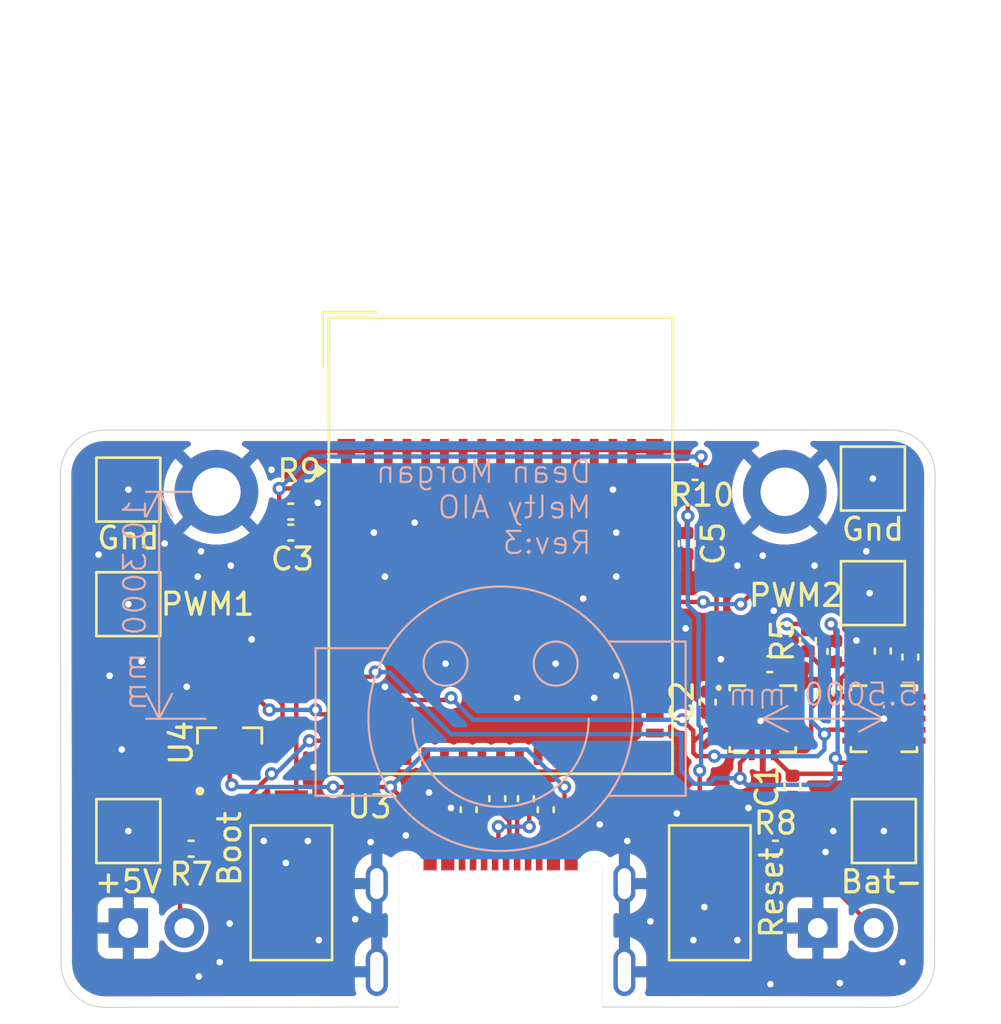
<source format=kicad_pcb>
(kicad_pcb (version 20241229) (generator "pcbnew") (generator_version "9.0")
  (layers (0 "F.Cu" signal) (2 "B.Cu" signal) (13 "F.Paste" user) (15 "B.Paste" user) (5 "F.SilkS" user "F.Silkscreen") (7 "B.SilkS" user "B.Silkscreen") (1 "F.Mask" user) (3 "B.Mask" user) (25 "Edge.Cuts" user))
  (net 0 "")
  (net 1 "+3V3")
  (net 2 "GND")
  (net 3 "+5V")
  (net 5 "Net-(J1-CC1)")
  (net 6 "Net-(J1-CC2)")
  (net 8 "USB_N")
  (net 9 "USB_P")
  (net 10 "SCL")
  (net 11 "USB1_P")
  (net 12 "SDA")
  (net 13 "USB1_N")
  (net 44 "Net-(D1-A)")
  (net 45 "Net-(D2-A)")
  (net 46 "Header")
  (net 47 "Net-(U3-IO0)")
  (net 48 "Net-(U3-EN)")
  (net 49 "Power")
  (net 50 "PWM1")
  (net 51 "PWM2")
  (footprint "TestPoint:TestPoint_Pad_2.5x2.5mm" (layer "F.Cu") (at 170.65 108.05)
    (property "Reference" "H3" (hide yes))
    (property "Value" "Bat-")
  )
  (footprint "TestPoint:TestPoint_Pad_2.5x2.5mm" (layer "F.Cu") (at 136.35 97.75)
    (property "Reference" "H1" (hide yes))
    (property "Value" "PWM1")
  )
  (footprint "TestPoint:TestPoint_Pad_2.5x2.5mm" (layer "F.Cu") (at 170.15 92.05)
    (property "Reference" "H3" (hide yes))
    (property "Value" "Gnd")
  )
  (footprint "Button_Switch_SMD:SW_SPST_CK_RS282G05A3" (layer "F.Cu") (at 143.75 110.85 90)
    (property "Reference" "SW1" (hide yes))
    (property "Value" "Boot")
  )
  (footprint "TestPoint:TestPoint_Pad_2.5x2.5mm" (layer "F.Cu") (at 136.35 108.05)
    (property "Reference" "H4" (hide yes))
    (property "Value" "+5V")
  )
  (footprint "USB4500-03-0-A_REVA1:QFN300X300X100-16N" (layer "F.Cu") (at 165.15 102.95)
    (property "Reference" "U1" (hide yes))
    (property "Value" "~")
  )
  (footprint "Capacitor_SMD:C_0402_1005Metric" (layer "F.Cu") (at 167.2 99.4 90)
    (property "Reference" "R5")
    (property "Value" "10k")
  )
  (footprint "Capacitor_SMD:C_0402_1005Metric" (layer "F.Cu") (at 154.4 106.58 -90)
    (property "Reference" "R2" (hide yes))
    (property "Value" "27.4")
  )
  (footprint "MountingHole:MountingHole_2.2mm_M2_DIN965_Pad_TopBottom" (layer "F.Cu") (at 166.15 92.65)
    (property "Reference" "REF**" (hide yes))
    (property "Value" "MountingHole_2.2mm_M2_DIN965_Pad_TopBottom" (hide yes))
  )
  (footprint "Capacitor_SMD:C_0402_1005Metric" (layer "F.Cu") (at 151.8 107.08 90)
    (property "Reference" "R4" (hide yes))
    (property "Value" "5.1k")
  )
  (footprint "Capacitor_SMD:C_0402_1005Metric" (layer "F.Cu") (at 155.3 107.08 90)
    (property "Reference" "R3" (hide yes))
    (property "Value" "5.1k")
  )
  (footprint "Capacitor_SMD:C_0402_1005Metric" (layer "F.Cu") (at 143.725 93.55 180)
    (property "Reference" "C3")
    (property "Value" "100nf" (hide yes))
  )
  (footprint "TestPoint:TestPoint_Pad_2.5x2.5mm" (layer "F.Cu") (at 170.15 97.25)
    (property "Reference" "H2" (hide yes))
    (property "Value" "PWM2")
  )
  (footprint "Capacitor_SMD:C_0402_1005Metric" (layer "F.Cu") (at 162.65 102.2 90)
    (property "Reference" "C2")
    (property "Value" "100nf")
  )
  (footprint "Capacitor_SMD:C_0402_1005Metric" (layer "F.Cu") (at 165.725 108.85)
    (property "Reference" "R8")
    (property "Value" "R")
  )
  (footprint "Capacitor_SMD:C_0402_1005Metric" (layer "F.Cu") (at 161.7 95 90)
    (property "Reference" "C5")
    (property "Value" "100nf")
  )
  (footprint "Capacitor_SMD:C_0402_1005Metric" (layer "F.Cu") (at 168.45 99.9 90)
    (property "Reference" "R6" (hide yes))
    (property "Value" "10k")
  )
  (footprint "Capacitor_SMD:C_0402_1005Metric" (layer "F.Cu") (at 168 101.78 90)
    (property "Reference" "C12" (hide yes))
    (property "Value" "100nf")
  )
  (footprint "Capacitor_SMD:C_0402_1005Metric" (layer "F.Cu") (at 162.075 91.75 180)
    (property "Reference" "R10")
    (property "Value" "10k")
  )
  (footprint "" (layer "F.Cu") (at 170.65 108.05)
    (property "Reference" "")
    (property "Value" "")
  )
  (footprint "USB4500-03-0-A_REVA1:5-3.3V LDO" (layer "F.Cu") (at 140.95 104.0125 90)
    (property "Reference" "U4")
    (property "Value" "RT9161A-33GV" (hide yes))
  )
  (footprint "LED_THT:LED_D5.0mm_IRGrey" (layer "F.Cu") (at 167.65 112.45)
    (property "Reference" "D2" (hide yes))
    (property "Value" "CQY99" (hide yes))
  )
  (footprint "LED_THT:LED_D5.0mm_IRGrey" (layer "F.Cu") (at 136.35 112.45)
    (property "Reference" "D1" (hide yes))
    (property "Value" "CQY99" (hide yes))
  )
  (footprint "Button_Switch_SMD:SW_SPST_CK_RS282G05A3" (layer "F.Cu") (at 162.75 110.85 90)
    (property "Reference" "SW2" (hide yes))
    (property "Value" "Reset")
  )
  (footprint "Capacitor_SMD:C_0402_1005Metric" (layer "F.Cu") (at 139.2 108.85 180)
    (property "Reference" "R7")
    (property "Value" "R")
  )
  (footprint "Capacitor_SMD:C_0402_1005Metric" (layer "F.Cu") (at 171.85 100.15 90)
    (property "Reference" "C4" (hide yes))
    (property "Value" "100nf")
  )
  (footprint "MountingHole:MountingHole_2.2mm_M2_DIN965_Pad_TopBottom" (layer "F.Cu") (at 140.35 92.65)
    (property "Reference" "REF**" (hide yes))
    (property "Value" "MountingHole_2.2mm_M2_DIN965_Pad_TopBottom" (hide yes))
  )
  (footprint "RF_Module:ESP32-S2-MINI-1" (layer "F.Cu") (at 153.25 95.1)
    (property "Reference" "U3")
    (property "Value" "ESP32-S3-MINI-1" (hide yes))
  )
  (footprint "USB4500-03-0-A_REVA1:QFN300X300X100-16N" (layer "F.Cu") (at 170.65 102.95)
    (property "Reference" "U2" (hide yes))
    (property "Value" "~")
  )
  (footprint "Capacitor_SMD:C_0402_1005Metric" (layer "F.Cu") (at 165.47 100.4725 180)
    (property "Reference" "C1" (hide yes))
    (property "Value" "100nf")
  )
  (footprint "TestPoint:TestPoint_Pad_2.5x2.5mm" (layer "F.Cu") (at 136.35 92.55)
    (property "Reference" "H3" (hide yes))
    (property "Value" "Gnd")
  )
  (footprint "Capacitor_SMD:C_0402_1005Metric" (layer "F.Cu") (at 143.725 94.5)
    (property "Reference" "R9")
    (property "Value" "10k" (hide yes))
  )
  (footprint "Capacitor_SMD:C_0402_1005Metric" (layer "F.Cu") (at 153.1 106.58 90)
    (property "Reference" "R1" (hide yes))
    (property "Value" "27.4")
  )
  (footprint "USB4500-03-0-A_REVA1:GCT_USB4500-03-0-A_REVA1" (layer "F.Cu") (at 153.25 114.4375)
    (property "Reference" "J1" (hide yes))
    (property "Value" "USB4500-03-0-A_REVA1" (hide yes))
    (fp_line (start -4.62 -4.65) (end -4.62 1.6) (stroke (width 0.01)) (layer "Edge.Cuts"))
    (fp_line (start 3.82 -4.6) (end -3.82 -4.6) (stroke (width 0.01)) (layer "Edge.Cuts"))
    (fp_line (start 4.62 1.6) (end 4.62 -4.65) (stroke (width 0.01)) (layer "Edge.Cuts"))
    (fp_arc (start -4.62 -4.65) (mid -4.517487 -4.897487) (end -4.27 -5) (stroke (width 0.01)) (layer "Edge.Cuts"))
    (fp_arc (start -4.27 -5) (mid -4.06201 -4.922132) (end -3.97 -4.72) (stroke (width 0.01)) (layer "Edge.Cuts"))
    (fp_arc (start -3.82 -4.6) (mid -3.919853 -4.628934) (end -3.97 -4.72) (stroke (width 0.01)) (layer "Edge.Cuts"))
    (fp_arc (start 3.97 -4.72) (mid 3.919853 -4.628934) (end 3.82 -4.6) (stroke (width 0.01)) (layer "Edge.Cuts"))
    (fp_arc (start 3.97 -4.72) (mid 4.06201 -4.922132) (end 4.27 -5) (stroke (width 0.01)) (layer "Edge.Cuts"))
    (fp_arc (start 4.27 -5) (mid 4.517487 -4.897487) (end 4.62 -4.65) (stroke (width 0.01)) (layer "Edge.Cuts"))
  )
  (footprint "Capacitor_SMD:C_0402_1005Metric" (layer "F.Cu") (at 166.5 106.02 90)
    (property "Reference" "C1")
    (property "Value" "100nf")
  )
  (footprint "Capacitor_SMD:C_0402_1005Metric" (layer "F.Cu") (at 170.6 99.88 90)
    (property "Reference" "C13" (hide yes))
    (property "Value" "100nf")
  )
  (gr_arc (start 157.25 102.95) (mid 153.25 106.95) (end 149.25 102.95) (stroke (width 0.1)) (layer "B.SilkS"))
  (gr_line (start 161.65 99.45) (end 161.65 106.45) (stroke (width 0.1)) (layer "B.SilkS"))
  (gr_line (start 144.85 106.45) (end 144.85 99.75) (stroke (width 0.1)) (layer "B.SilkS"))
  (gr_circle (center 155.75 100.45) (end 155.75 101.45) (stroke (width 0.1)) (fill no) (layer "B.SilkS"))
  (gr_line (start 148.35 106.45) (end 144.85 106.45) (stroke (width 0.1)) (layer "B.SilkS"))
  (gr_circle (center 153.25 102.95) (end 153.35 96.95) (stroke (width 0.1)) (fill no) (layer "B.SilkS"))
  (gr_line (start 161.65 106.45) (end 158.15 106.45) (stroke (width 0.1)) (layer "B.SilkS"))
  (gr_circle (center 150.75 100.45) (end 150.75 101.45) (stroke (width 0.1)) (fill no) (layer "B.SilkS"))
  (gr_line (start 144.85 99.75) (end 148.15 99.75) (stroke (width 0.1)) (layer "B.SilkS"))
  (gr_line (start 158.15 99.45) (end 161.65 99.45) (stroke (width 0.1)) (layer "B.SilkS"))
  (gr_arc (start 133.264214 91.85) (mid 133.850001 90.435791) (end 135.264214 89.85) (stroke (width 0.05)) (layer "Edge.Cuts"))
  (gr_line (start 157.87 116.0375) (end 170.95 116.05) (stroke (width 0.05)) (layer "Edge.Cuts"))
  (gr_arc (start 170.969828 89.847502) (mid 172.349982 90.399106) (end 172.969828 91.75) (stroke (width 0.05)) (layer "Edge.Cuts"))
  (gr_line (start 133.298407 114.05) (end 133.264214 91.85) (stroke (width 0.05)) (layer "Edge.Cuts"))
  (gr_line (start 170.969828 89.847502) (end 135.264214 89.85) (stroke (width 0.05)) (layer "Edge.Cuts"))
  (gr_arc (start 172.95 114.05) (mid 172.364214 115.464214) (end 170.95 116.05) (stroke (width 0.05)) (layer "Edge.Cuts"))
  (gr_arc (start 135.200905 116.05) (mid 133.849997 115.430174) (end 133.298407 114.05) (stroke (width 0.05)) (layer "Edge.Cuts"))
  (gr_line (start 172.969828 91.75) (end 172.95 114.05) (stroke (width 0.05)) (layer "Edge.Cuts"))
  (gr_line (start 148.63 116.0375) (end 135.200905 116.05) (stroke (width 0.05)) (layer "Edge.Cuts"))
  (gr_text "Dean Morgan\nMelty AIO\nRev:3" (at 157.45 95.55 0) (layer "B.SilkS") (effects (font (size 1 1) (thickness 0.1)) (justify left bottom mirror)))
  (dimension (type aligned) (layer "B.SilkS") (pts (xy 140.35 92.65) (xy 140.35 102.95)) (height 2.599999) (format (prefix "") (suffix "") (units 3) (units_format 1) (precision 4)) (style (thickness 0.1) (arrow_length 1.27) (text_position_mode 0) (arrow_direction outward) (extension_height 0.58642) (extension_offset 0.5) (keep_text_aligned yes)) (gr_text "10.3000 mm" (at 136.650001 97.8 90) (layer "B.SilkS") (effects (font (size 1 1) (thickness 0.1)) (justify mirror))))
  (dimension (type aligned) (layer "B.SilkS") (pts (xy 165.15 102.95) (xy 170.65 102.95)) (height 0) (format (prefix "") (suffix "") (units 3) (units_format 1) (precision 4)) (style (thickness 0.1) (arrow_length 1.27) (text_position_mode 0) (arrow_direction outward) (extension_height 0.58642) (extension_offset 0.5) (keep_text_aligned yes)) (gr_text "5.5000 mm" (at 167.9 101.85 0) (layer "B.SilkS") (effects (font (size 1 1) (thickness 0.1)) (justify mirror))))
  (via (at 170.15 92.05) (size 0.6) (drill 0.3) (layers "F.Cu" "B.Cu") (net 0))
  (segment (start 168.275 102.125) (end 168.7 101.7) (width 0.2) (layer "F.Cu") (net 1))
  (segment (start 164.076029 100.4725) (end 165.22 100.4725) (width 0.2) (layer "F.Cu") (net 1))
  (segment (start 162.35 91.545) (end 162.35 91.05) (width 0.2) (layer "F.Cu") (net 1))
  (segment (start 143.2 102.151471) (end 143.35 102.301471) (width 0.2) (layer "F.Cu") (net 1))
  (segment (start 143.35 103.5875) (end 141.9 105.0375) (width 0.2) (layer "F.Cu") (net 1))
  (segment (start 168.7 101.1225) (end 169.35 100.4725) (width 0.2) (layer "F.Cu") (net 1))
  (segment (start 145.15 92.5) (end 146.05 93.4) (width 0.2) (layer "F.Cu") (net 1))
  (segment (start 146.05 93.4) (end 146.25 93.4) (width 0.2) (layer "F.Cu") (net 1))
  (segment (start 166.4 105.45) (end 170.15 105.45) (width 0.2) (layer "F.Cu") (net 1))
  (segment (start 165.65 101.48) (end 165.15 101.48) (width 0.2) (layer "F.Cu") (net 1))
  (segment (start 170.65 104.42) (end 171.15 104.42) (width 0.2) (layer "F.Cu") (net 1))
  (segment (start 167.35 104.2) (end 167.35 102.45) (width 0.2) (layer "F.Cu") (net 1))
  (segment (start 168.45 100.15) (end 168.45 100.4725) (width 0.2) (layer "F.Cu") (net 1))
  (segment (start 143.35 102.301471) (end 143.35 103.5875) (width 0.2) (layer "F.Cu") (net 1))
  (segment (start 165.65 104.7) (end 166.4 105.45) (width 0.2) (layer "F.Cu") (net 1))
  (segment (start 168.12 102.125) (end 168.275 102.125) (width 0.2) (layer "F.Cu") (net 1))
  (segment (start 163.05 98.3025) (end 165.22 100.4725) (width 0.2) (layer "F.Cu") (net 1))
  (segment (start 164.99 100.4725) (end 165.15 100.6325) (width 0.2) (layer "F.Cu") (net 1))
  (segment (start 143.2 92.5) (end 143.2 102.151471) (width 0.2) (layer "F.Cu") (net 1))
  (segment (start 168.7 101.7) (end 168.7 101.1225) (width 0.2) (layer "F.Cu") (net 1))
  (segment (start 170.65 104.95) (end 170.65 104.42) (width 0.2) (layer "F.Cu") (net 1))
  (segment (start 163.0975 98.35) (end 163.05 98.3025) (width 0.2) (layer "F.Cu") (net 1))
  (segment (start 166.55 100.0225) (end 167.2525 100.0225) (width 0.2) (layer "F.Cu") (net 1))
  (segment (start 171.15 101.48) (end 171.85 100.78) (width 0.2) (layer "F.Cu") (net 1))
  (segment (start 168.12 102.125) (end 168.295 101.95) (width 0.2) (layer "F.Cu") (net 1))
  (segment (start 170.15 105.45) (end 170.65 104.95) (width 0.2) (layer "F.Cu") (net 1))
  (segment (start 163.05 98.3025) (end 163.05 92.245) (width 0.2) (layer "F.Cu") (net 1))
  (segment (start 165.65 104.42) (end 165.65 104.7) (width 0.2) (layer "F.Cu") (net 1))
  (segment (start 165.22 100.4725) (end 164.99 100.4725) (width 0.2) (layer "F.Cu") (net 1))
  (segment (start 163.05 92.245) (end 162.35 91.545) (width 0.2) (layer "F.Cu") (net 1))
  (segment (start 171.85 100.78) (end 171.85 100.4) (width 0.2) (layer "F.Cu") (net 1))
  (segment (start 165.43759 100.0225) (end 166.55 100.0225) (width 0.2) (layer "F.Cu") (net 1))
  (segment (start 170.645 100.4725) (end 170.645 101.475) (width 0.2) (layer "F.Cu") (net 1))
  (segment (start 162.65 101.95) (end 162.65 101.898529) (width 0.2) (layer "F.Cu") (net 1))
  (segment (start 170.645 101.475) (end 170.65 101.48) (width 0.2) (layer "F.Cu") (net 1))
  (segment (start 167.675 102.125) (end 168.12 102.125) (width 0.2) (layer "F.Cu") (net 1))
  (segment (start 165.65 104.42) (end 167.13 104.42) (width 0.2) (layer "F.Cu") (net 1))
  (segment (start 168.45 100.4725) (end 169.35 100.4725) (width 0.2) (layer "F.Cu") (net 1))
  (segment (start 162.65 101.95) (end 163.68 101.95) (width 0.2) (layer "F.Cu") (net 1))
  (segment (start 171.15 101.48) (end 170.65 101.48) (width 0.2) (layer "F.Cu") (net 1))
  (segment (start 167.7025 100.4725) (end 168.45 100.4725) (width 0.2) (layer "F.Cu") (net 1))
  (segment (start 165.22 100.4725) (end 165.22 100.24009) (width 0.2) (layer "F.Cu") (net 1))
  (segment (start 167.35 102.45) (end 167.675 102.125) (width 0.2) (layer "F.Cu") (net 1))
  (segment (start 162.65 101.898529) (end 164.076029 100.4725) (width 0.2) (layer "F.Cu") (net 1))
  (segment (start 169.35 100.4725) (end 170.645 100.4725) (width 0.2) (layer "F.Cu") (net 1))
  (segment (start 165.15 100.6325) (end 165.15 101.48) (width 0.2) (layer "F.Cu") (net 1))
  (segment (start 167.75 100.425) (end 167.7025 100.4725) (width 0.2) (layer "F.Cu") (net 1))
  (segment (start 167.2525 100.0225) (end 167.7025 100.4725) (width 0.2) (layer "F.Cu") (net 1))
  (segment (start 168.295 101.95) (end 169.18 101.95) (width 0.2) (layer "F.Cu") (net 1))
  (segment (start 143.2 92.5) (end 145.15 92.5) (width 0.2) (layer "F.Cu") (net 1))
  (segment (start 167.13 104.42) (end 167.35 104.2) (width 0.2) (layer "F.Cu") (net 1))
  (segment (start 165.22 100.24009) (end 165.43759 100.0225) (width 0.2) (layer "F.Cu") (net 1))
  (via (at 143.2 92.5) (size 0.6) (drill 0.3) (layers "F.Cu" "B.Cu") (net 1))
  (via (at 162.35 91.05) (size 0.6) (drill 0.3) (layers "F.Cu" "B.Cu") (net 1))
  (segment (start 144.65 91.05) (end 162.35 91.05) (width 0.2) (layer "B.Cu") (net 1))
  (segment (start 143.2 92.5) (end 144.65 91.05) (width 0.2) (layer "B.Cu") (net 1))
  (segment (start 164.095 103.95) (end 163.68 103.95) (width 0.1) (layer "F.Cu") (net 2))
  (segment (start 160.47 94.25) (end 160.25 94.25) (width 0.2) (layer "F.Cu") (net 2))
  (segment (start 162.09 102.025424) (end 162.09 101.41) (width 0.2) (layer "F.Cu") (net 2))
  (segment (start 165.05 103.05) (end 165.05 103.15) (width 0.2) (layer "F.Cu") (net 2))
  (segment (start 162.65 102.68) (end 162.65 102.585424) (width 0.2) (layer "F.Cu") (net 2))
  (segment (start 162.09 101.41) (end 163.25 100.25) (width 0.2) (layer "F.Cu") (net 2))
  (segment (start 149.9375 109.2375) (end 150.05 109.2375) (width 0.2) (layer "F.Cu") (net 2))
  (segment (start 165.05 103.15) (end 164.5 103.7) (width 0.1) (layer "F.Cu") (net 2))
  (segment (start 164.345 103.7) (end 164.095 103.95) (width 0.1) (layer "F.Cu") (net 2))
  (segment (start 164.5 103.7) (end 164.345 103.7) (width 0.1) (layer "F.Cu") (net 2))
  (segment (start 161.7 95.48) (end 160.47 94.25) (width 0.2) (layer "F.Cu") (net 2))
  (segment (start 148.95 108.25) (end 149.9375 109.2375) (width 0.2) (layer "F.Cu") (net 2))
  (segment (start 167.27 101.3) (end 168 101.3) (width 0.2) (layer "F.Cu") (net 2))
  (segment (start 166.62 101.95) (end 167.27 101.3) (width 0.2) (layer "F.Cu") (net 2))
  (segment (start 169.18 103.95) (end 169.65 103.95) (width 0.1) (layer "F.Cu") (net 2))
  (segment (start 170.25 103.35) (end 170.65 102.95) (width 0.2) (layer "F.Cu") (net 2))
  (segment (start 169.65 103.95) (end 170.25 103.35) (width 0.1) (layer "F.Cu") (net 2))
  (segment (start 162.65 102.585424) (end 162.09 102.025424) (width 0.2) (layer "F.Cu") (net 2))
  (via (at 157 97.5) (size 0.6) (drill 0.3) (layers "F.Cu" "B.Cu") (net 2))
  (via (at 159 108.5) (size 0.6) (drill 0.3) (layers "F.Cu" "B.Cu") (net 2))
  (via (at 164.5 107) (size 0.6) (drill 0.3) (layers "F.Cu" "B.Cu") (net 2))
  (via (at 149.35 94.05) (size 0.6) (drill 0.3) (layers "F.Cu" "B.Cu") (net 2))
  (via (at 136.05 104.35) (size 0.6) (drill 0.3) (layers "F.Cu" "B.Cu") (net 2))
  (via (at 165.65 98.05) (size 0.6) (drill 0.3) (layers "F.Cu" "B.Cu") (net 2))
  (via (at 144.5 108.5) (size 0.6) (drill 0.3) (layers "F.Cu" "B.Cu") (net 2))
  (via (at 169.85 95.35) (size 0.6) (drill 0.3) (layers "F.Cu" "B.Cu") (net 2))
  (via (at 141 96) (size 0.6) (drill 0.3) (layers "F.Cu" "B.Cu") (net 2))
  (via (at 165.15 95.55) (size 0.6) (drill 0.3) (layers "F.Cu" "B.Cu") (net 2))
  (via (at 144.950735 93.149265) (size 0.6) (drill 0.3) (layers "F.Cu" "B.Cu") (net 2))
  (via (at 154 102) (size 0.6) (drill 0.3) (layers "F.Cu" "B.Cu") (net 2))
  (via (at 165.05 103.05) (size 0.6) (drill 0.3) (layers "F.Cu" "B.Cu") (net 2))
  (via (at 157.75 107.75) (size 0.6) (drill 0.3) (layers "F.Cu" "B.Cu") (net 2))
  (via (at 162.5 111.5) (size 0.6) (drill 0.3) (layers "F.Cu" "B.Cu") (net 2))
  (via (at 138 95) (size 0.6) (drill 0.3) (layers "F.Cu" "B.Cu") (net 2))
  (via (at 136.95 100.35) (size 0.6) (drill 0.3) (layers "F.Cu" "B.Cu") (net 2))
  (via (at 147.35 108.55) (size 0.6) (drill 0.3) (layers "F.Cu" "B.Cu") (net 2))
  (via (at 139 101.5) (size 0.6) (drill 0.3) (layers "F.Cu" "B.Cu") (net 2))
  (via (at 148.95 108.25) (size 0.6) (drill 0.3) (layers "F.Cu" "B.Cu") (net 2))
  (via (at 164 96) (size 0.6) (drill 0.3) (layers "F.Cu" "B.Cu") (net 2))
  (via (at 139.65 95.35) (size 0.6) (drill 0.3) (layers "F.Cu" "B.Cu") (net 2))
  (via (at 148 96.5) (size 0.6) (drill 0.3) (layers "F.Cu" "B.Cu") (net 2))
  (via (at 158.5 94.5) (size 0.6) (drill 0.3) (layers "F.Cu" "B.Cu") (net 2))
  (via (at 141.95 99.35) (size 0.6) (drill 0.3) (layers "F.Cu" "B.Cu") (net 2))
  (via (at 158.5 101) (size 0.6) (drill 0.3) (layers "F.Cu" "B.Cu") (net 2))
  (via (at 170.65 108.05) (size 0.6) (drill 0.3) (layers "F.Cu" "B.Cu") (net 2))
  (via (at 140.95 112.25) (size 0.6) (drill 0.3) (layers "F.Cu" "B.Cu") (net 2))
  (via (at 161.65 98.85) (size 0.6) (drill 0.3) (layers "F.Cu" "B.Cu") (net 2))
  (via (at 165.5 115) (size 0.6) (drill 0.3) (layers "F.Cu" "B.Cu") (net 2))
  (via (at 145 113) (size 0.6) (drill 0.3) (layers "F.Cu" "B.Cu") (net 2))
  (via (at 162 113) (size 0.6) (drill 0.3) (layers "F.Cu" "B.Cu") (net 2))
  (via (at 147.5 94.5) (size 0.6) (drill 0.3) (layers "F.Cu" "B.Cu") (net 2))
  (via (at 157.5 102) (size 0.6) (drill 0.3) (layers "F.Cu" "B.Cu") (net 2))
  (via (at 150.75 100.45) (size 0.6) (drill 0.3) (layers "F.Cu" "B.Cu") (net 2))
  (via (at 160.05 112.15) (size 0.6) (drill 0.3) (layers "F.Cu" "B.Cu") (net 2))
  (via (at 136.35 92.55) (size 0.6) (drill 0.3) (layers "F.Cu" "B.Cu") (net 2))
  (via (at 142.85 91.65) (size 0.6) (drill 0.3) (layers "F.Cu" "B.Cu") (net 2))
  (via (at 146.65 112.05) (size 0.6) (drill 0.3) (layers "F.Cu" "B.Cu") (net 2))
  (via (at 168.35 108.05) (size 0.6) (drill 0.3) (layers "F.Cu" "B.Cu") (net 2))
  (via (at 164 113) (size 0.6) (drill 0.3) (layers "F.Cu" "B.Cu") (net 2))
  (via (at 151 107) (size 0.6) (drill 0.3) (layers "F.Cu" "B.Cu") (net 2))
  (via (at 158.35 92.55) (size 0.6) (drill 0.3) (layers "F.Cu" "B.Cu") (net 2))
  (via (at 161.25 107.25) (size 0.6) (drill 0.3) (layers "F.Cu" "B.Cu") (net 2))
  (via (at 135.5 101) (size 0.6) (drill 0.3) (layers "F.Cu" "B.Cu") (net 2))
  (via (at 168 109) (size 0.6) (drill 0.3) (layers "F.Cu" "B.Cu") (net 2))
  (via (at 135 95.5) (size 0.6) (drill 0.3) (layers "F.Cu" "B.Cu") (net 2))
  (via (at 171.5 114) (size 0.6) (drill 0.3) (layers "F.Cu" "B.Cu") (net 2))
  (via (at 168.65 114.95) (size 0.6) (drill 0.3) (layers "F.Cu" "B.Cu") (net 2))
  (via (at 155.75 100.45) (size 0.6) (drill 0.3) (layers "F.Cu" "B.Cu") (net 2))
  (via (at 139.5 96.5) (size 0.6) (drill 0.3) (layers "F.Cu" "B.Cu") (net 2))
  (via (at 143.5 109.5) (size 0.6) (drill 0.3) (layers "F.Cu" "B.Cu") (net 2))
  (via (at 144.75 105.15) (size 0.6) (drill 0.3) (layers "F.Cu" "B.Cu") (net 2))
  (via (at 169.4 99.4) (size 0.6) (drill 0.3) (layers "F.Cu" "B.Cu") (net 2))
  (via (at 163.25 100.25) (size 0.6) (drill 0.3) (layers "F.Cu" "B.Cu") (net 2))
  (via (at 167.5 96) (size 0.6) (drill 0.3) (layers "F.Cu" "B.Cu") (net 2))
  (via (at 148 101.5) (size 0.6) (drill 0.3) (layers "F.Cu" "B.Cu") (net 2))
  (via (at 142.5 108.5) (size 0.6) (drill 0.3) (layers "F.Cu" "B.Cu") (net 2))
  (via (at 170.65 102.95) (size 0.6) (drill 0.3) (layers "F.Cu" "B.Cu") (net 2))
  (via (at 140.5 114) (size 0.6) (drill 0.3) (layers "F.Cu" "B.Cu") (net 2))
  (via (at 150 106.3) (size 0.6) (drill 0.3) (layers "F.Cu" "B.Cu") (net 2))
  (via (at 139.55 114.65) (size 0.6) (drill 0.3) (layers "F.Cu" "B.Cu") (net 2))
  (via (at 158.5 96.5) (size 0.6) (drill 0.3) (layers "F.Cu" "B.Cu") (net 2))
  (segment (start 155.65 108.45741) (end 155.65 109.2375) (width 0.2) (layer "F.Cu") (net 3))
  (segment (start 156.15 106.05) (end 156.15 107.95741) (width 0.2) (layer "F.Cu") (net 3))
  (segment (start 148.2625 106.05) (end 148.25 106.05) (width 0.2) (layer "F.Cu") (net 3))
  (segment (start 136.35 106.65) (end 136.35 108.05) (width 0.2) (layer "F.Cu") (net 3))
  (segment (start 148.25 106.05) (end 145.65 106.05) (width 0.2) (layer "F.Cu") (net 3))
  (segment (start 150.8 108.5875) (end 150.8 109.2375) (width 0.2) (layer "F.Cu") (net 3))
  (segment (start 149.8625 107.65) (end 148.2625 106.05) (width 0.2) (layer "F.Cu") (net 3))
  (segment (start 149.8625 107.65) (end 150.8 108.5875) (width 0.2) (layer "F.Cu") (net 3))
  (segment (start 150.8 109.2375) (end 150.85 109.2375) (width 0.2) (layer "F.Cu") (net 3))
  (segment (start 140.0125 102.9875) (end 136.35 106.65) (width 0.2) (layer "F.Cu") (net 3))
  (segment (start 140.95 102.9875) (end 140.95 105.85) (width 0.2) (layer "F.Cu") (net 3))
  (segment (start 140.95 102.9875) (end 140.0125 102.9875) (width 0.2) (layer "F.Cu") (net 3))
  (segment (start 140.95 105.85) (end 141.05 105.95) (width 0.2) (layer "F.Cu") (net 3))
  (segment (start 156.15 107.95741) (end 155.65 108.45741) (width 0.2) (layer "F.Cu") (net 3))
  (via (at 148.25 106.05) (size 0.6) (drill 0.3) (layers "F.Cu" "B.Cu") (net 3))
  (via (at 141.05 105.95) (size 0.6) (drill 0.3) (layers "F.Cu" "B.Cu") (net 3))
  (via (at 136.35 108.05) (size 0.6) (drill 0.3) (layers "F.Cu" "B.Cu") (net 3))
  (via (at 156.15 106.05) (size 0.6) (drill 0.3) (layers "F.Cu" "B.Cu") (net 3))
  (via (at 145.65 106.05) (size 0.6) (drill 0.3) (layers "F.Cu" "B.Cu") (net 3))
  (segment (start 156.15 106.05) (end 154.45 104.35) (width 0.2) (layer "B.Cu") (net 3))
  (segment (start 149.95 104.35) (end 148.25 106.05) (width 0.2) (layer "B.Cu") (net 3))
  (segment (start 145.65 106.05) (end 141.15 106.05) (width 0.2) (layer "B.Cu") (net 3))
  (segment (start 141.15 106.05) (end 141.05 105.95) (width 0.2) (layer "B.Cu") (net 3))
  (segment (start 154.45 104.35) (end 149.95 104.35) (width 0.2) (layer "B.Cu") (net 3))
  (segment (start 151.8 107.56) (end 151.95 107.71) (width 0.2) (layer "F.Cu") (net 5))
  (segment (start 151.95 107.71) (end 151.95 109.1875) (width 0.2) (layer "F.Cu") (net 5))
  (segment (start 151.95 109.1875) (end 152 109.2375) (width 0.2) (layer "F.Cu") (net 5))
  (segment (start 155.3 107.948529) (end 155 108.248529) (width 0.2) (layer "F.Cu") (net 6))
  (segment (start 155.3 107.56) (end 155.3 107.948529) (width 0.2) (layer "F.Cu") (net 6))
  (segment (start 155 108.248529) (end 155 109.2375) (width 0.2) (layer "F.Cu") (net 6))
  (segment (start 153.25 106.145) (end 153.25 104.65) (width 0.2) (layer "F.Cu") (net 8))
  (segment (start 154.4 106.1) (end 154.1 105.8) (width 0.2) (layer "F.Cu") (net 9))
  (segment (start 154.1 105.8) (end 154.1 104.65) (width 0.2) (layer "F.Cu") (net 9))
  (segment (start 162.95 104.65) (end 162.15 104.65) (width 0.2) (layer "F.Cu") (net 10))
  (segment (start 146.25 101.9) (end 146.451 102.101) (width 0.2) (layer "F.Cu") (net 10))
  (segment (start 162 104) (end 162 103.5) (width 0.2) (layer "F.Cu") (net 10))
  (segment (start 146.451 102.101) (end 150.899 102.101) (width 0.2) (layer "F.Cu") (net 10))
  (segment (start 162 103.5) (end 161.5 103) (width 0.2) (layer "F.Cu") (net 10))
  (segment (start 166.25 98.65) (end 166.93 98.65) (width 0.2) (layer "F.Cu") (net 10))
  (segment (start 166.93 98.65) (end 167.2 98.92) (width 0.2) (layer "F.Cu") (net 10))
  (segment (start 162.55 103.45) (end 163.68 103.45) (width 0.2) (layer "F.Cu") (net 10))
  (segment (start 150.899 102.101) (end 151 102) (width 0.2) (layer "F.Cu") (net 10))
  (segment (start 162.15 104.65) (end 162 104.5) (width 0.2) (layer "F.Cu") (net 10))
  (segment (start 162 104) (end 162.55 103.45) (width 0.2) (layer "F.Cu") (net 10))
  (segment (start 162 104.5) (end 162 104) (width 0.2) (layer "F.Cu") (net 10))
  (segment (start 169.18 103.45) (end 168.15 103.45) (width 0.2) (layer "F.Cu") (net 10))
  (segment (start 168.15 103.45) (end 167.95 103.65) (width 0.2) (layer "F.Cu") (net 10))
  (via (at 162.95 104.65) (size 0.6) (drill 0.3) (layers "F.Cu" "B.Cu") (net 10))
  (via (at 161.5 103) (size 0.6) (drill 0.3) (layers "F.Cu" "B.Cu") (net 10))
  (via (at 167.95 103.65) (size 0.6) (drill 0.3) (layers "F.Cu" "B.Cu") (net 10))
  (via (at 151 102) (size 0.6) (drill 0.3) (layers "F.Cu" "B.Cu") (net 10))
  (via (at 166.25 98.65) (size 0.6) (drill 0.3) (layers "F.Cu" "B.Cu") (net 10))
  (segment (start 162.95 104.65) (end 167.65 104.65) (width 0.2) (layer "B.Cu") (net 10))
  (segment (start 152 103) (end 151 102) (width 0.2) (layer "B.Cu") (net 10))
  (segment (start 166.25 98.65) (end 167.35 99.75) (width 0.2) (layer "B.Cu") (net 10))
  (segment (start 167.35 99.75) (end 167.35 103.05) (width 0.2) (layer "B.Cu") (net 10))
  (segment (start 167.35 103.05) (end 167.95 103.65) (width 0.2) (layer "B.Cu") (net 10))
  (segment (start 167.95 104.35) (end 167.95 103.65) (width 0.2) (layer "B.Cu") (net 10))
  (segment (start 161.5 103) (end 152 103) (width 0.2) (layer "B.Cu") (net 10))
  (segment (start 167.65 104.65) (end 167.95 104.35) (width 0.2) (layer "B.Cu") (net 10))
  (segment (start 153.05 109.2375) (end 153 109.2375) (width 0.2) (layer "F.Cu") (net 11))
  (segment (start 154.4 107.06) (end 154 107.46) (width 0.2) (layer "F.Cu") (net 11))
  (segment (start 154.55 107.85) (end 154.55 107.21) (width 0.2) (layer "F.Cu") (net 11))
  (segment (start 153.15 107.85) (end 153.15 109.1375) (width 0.2) (layer "F.Cu") (net 11))
  (segment (start 154 107.46) (end 154 109.2375) (width 0.2) (layer "F.Cu") (net 11))
  (segment (start 154.55 107.21) (end 154.4 107.06) (width 0.2) (layer "F.Cu") (net 11))
  (segment (start 153.15 109.1375) (end 153.05 109.2375) (width 0.2) (layer "F.Cu") (net 11))
  (via (at 154.55 107.85) (size 0.6) (drill 0.3) (layers "F.Cu" "B.Cu") (net 11))
  (via (at 153.15 107.85) (size 0.6) (drill 0.3) (layers "F.Cu" "B.Cu") (net 11))
  (segment (start 153.15 107.85) (end 154.55 107.85) (width 0.2) (layer "B.Cu") (net 11))
  (segment (start 168.45 99.65) (end 168.45 98.85) (width 0.2) (layer "F.Cu") (net 12))
  (segment (start 146.25 101.05) (end 147.341024 101.05) (width 0.2) (layer "F.Cu") (net 12))
  (segment (start 164.12 104.95) (end 164.65 104.42) (width 0.2) (layer "F.Cu") (net 12))
  (segment (start 170.15 104.42) (end 169.62 104.95) (width 0.2) (layer "F.Cu") (net 12))
  (segment (start 168.45 98.85) (end 168.25 98.65) (width 0.2) (layer "F.Cu") (net 12))
  (segment (start 147.341024 101.05) (end 147.557519 100.833505) (width 0.2) (layer "F.Cu") (net 12))
  (segment (start 169.62 104.95) (end 168.65 104.95) (width 0.2) (layer "F.Cu") (net 12))
  (segment (start 168.65 104.95) (end 168.45 104.75) (width 0.2) (layer "F.Cu") (net 12))
  (segment (start 164.12 105.65) (end 164.12 104.95) (width 0.2) (layer "F.Cu") (net 12))
  (via (at 164.12 105.65) (size 0.6) (drill 0.3) (layers "F.Cu" "B.Cu") (net 12))
  (via (at 168.25 98.65) (size 0.6) (drill 0.3) (layers "F.Cu" "B.Cu") (net 12))
  (via (at 168.45 104.75) (size 0.6) (drill 0.3) (layers "F.Cu" "B.Cu") (net 12))
  (via (at 147.557519 100.833505) (size 0.6) (drill 0.3) (layers "F.Cu" "B.Cu") (net 12))
  (segment (start 148.183448 100.833505) (end 150.999943 103.65) (width 0.2) (layer "B.Cu") (net 12))
  (segment (start 147.601 100.876986) (end 147.601 100.899) (width 0.2) (layer "B.Cu") (net 12))
  (segment (start 168.15 105.95) (end 164.42 105.95) (width 0.2) (layer "B.Cu") (net 12))
  (segment (start 168.45 104.75) (end 168.55 104.65) (width 0.2) (layer "B.Cu") (net 12))
  (segment (start 162.699999 105.899999) (end 162.949998 105.65) (width 0.2) (layer "B.Cu") (net 12))
  (segment (start 147.601 100.899) (end 147.5 101) (width 0.2) (layer "B.Cu") (net 12))
  (segment (start 168.45 104.75) (end 168.45 105.65) (width 0.2) (layer "B.Cu") (net 12))
  (segment (start 162.949998 105.65) (end 164.12 105.65) (width 0.2) (layer "B.Cu") (net 12))
  (segment (start 168.55 98.95) (end 168.25 98.65) (width 0.2) (layer "B.Cu") (net 12))
  (segment (start 150.999943 103.65) (end 161.45 103.65) (width 0.2) (layer "B.Cu") (net 12))
  (segment (start 147.557519 100.833505) (end 148.183448 100.833505) (width 0.2) (layer "B.Cu") (net 12))
  (segment (start 161.45 105.31051) (end 162.039489 105.899999) (width 0.2) (layer "B.Cu") (net 12))
  (segment (start 161.45 103.65) (end 161.45 105.31051) (width 0.2) (layer "B.Cu") (net 12))
  (segment (start 168.55 104.65) (end 168.55 98.95) (width 0.2) (layer "B.Cu") (net 12))
  (segment (start 147.557519 100.833505) (end 147.601 100.876986) (width 0.2) (layer "B.Cu") (net 12))
  (segment (start 162.039489 105.899999) (end 162.699999 105.899999) (width 0.2) (layer "B.Cu") (net 12))
  (segment (start 164.42 105.95) (end 164.12 105.65) (width 0.2) (layer "B.Cu") (net 12))
  (segment (start 168.45 105.65) (end 168.15 105.95) (width 0.2) (layer "B.Cu") (net 12))
  (segment (start 153.65 109.0875) (end 153.5 109.2375) (width 0.2) (layer "F.Cu") (net 13))
  (segment (start 153.65 107.61) (end 153.65 109.0875) (width 0.2) (layer "F.Cu") (net 13))
  (segment (start 152.55 107.35) (end 152.84 107.06) (width 0.2) (layer "F.Cu") (net 13))
  (segment (start 152.5 109.2375) (end 152.55 109.1875) (width 0.2) (layer "F.Cu") (net 13))
  (segment (start 152.55 109.1875) (end 152.55 107.35) (width 0.2) (layer "F.Cu") (net 13))
  (segment (start 153.1 107.06) (end 153.65 107.61) (width 0.2) (layer "F.Cu") (net 13))
  (segment (start 152.84 107.06) (end 153.1 107.06) (width 0.2) (layer "F.Cu") (net 13))
  (segment (start 138.7 108.87) (end 138.7 112.26) (width 0.2) (layer "F.Cu") (net 44))
  (segment (start 138.7 112.26) (end 138.89 112.45) (width 0.2) (layer "F.Cu") (net 44))
  (segment (start 138.72 108.85) (end 138.7 108.87) (width 0.2) (layer "F.Cu") (net 44))
  (segment (start 166.59 108.85) (end 170.19 112.45) (width 0.2) (layer "F.Cu") (net 45))
  (segment (start 166.205 108.85) (end 166.59 108.85) (width 0.2) (layer "F.Cu") (net 45))
  (segment (start 159.2 106.6) (end 161.45 108.85) (width 0.2) (layer "F.Cu") (net 46))
  (segment (start 159.2 104.65) (end 159.2 106.6) (width 0.2) (layer "F.Cu") (net 46))
  (segment (start 161.45 108.85) (end 165.245 108.85) (width 0.2) (layer "F.Cu") (net 46))
  (segment (start 144.455 94.25) (end 146.25 94.25) (width 0.2) (layer "F.Cu") (net 47))
  (segment (start 143.975 94.73) (end 144.455 94.25) (width 0.2) (layer "F.Cu") (net 47))
  (segment (start 143.75 107.45) (end 143.975 107.225) (width 0.2) (layer "F.Cu") (net 47))
  (segment (start 143.975 107.225) (end 143.975 94.73) (width 0.2) (layer "F.Cu") (net 47))
  (segment (start 161.7 93.8) (end 161.75 93.75) (width 0.2) (layer "F.Cu") (net 48))
  (segment (start 160.25 91.7) (end 161.545 91.7) (width 0.2) (layer "F.Cu") (net 48))
  (segment (start 162.288018 105.411982) (end 162.288018 105.299999) (width 0.2) (layer "F.Cu") (net 48))
  (segment (start 162.288018 105.299999) (end 162.288018 106.988018) (width 0.2) (layer "F.Cu") (net 48))
  (segment (start 161.545 91.7) (end 161.75 91.905) (width 0.2) (layer "F.Cu") (net 48))
  (segment (start 161.7 94.52) (end 161.7 93.8) (width 0.2) (layer "F.Cu") (net 48))
  (segment (start 161.75 91.905) (end 161.75 93.75) (width 0.2) (layer "F.Cu") (net 48))
  (segment (start 162.288018 106.988018) (end 162.75 107.45) (width 0.2) (layer "F.Cu") (net 48))
  (via (at 162.288018 105.299999) (size 0.6) (drill 0.3) (layers "F.Cu" "B.Cu") (net 48))
  (via (at 161.75 93.75) (size 0.6) (drill 0.3) (layers "F.Cu" "B.Cu") (net 48))
  (segment (start 162.234998 98.586469) (end 162.234998 98.283527) (width 0.2) (layer "B.Cu") (net 48))
  (segment (start 162.288018 105.299999) (end 162.35 105.238017) (width 0.2) (layer "B.Cu") (net 48))
  (segment (start 162.25 99.098529) (end 162.25 98.601471) (width 0.2) (layer "B.Cu") (net 48))
  (segment (start 162.35 105.238017) (end 162.35 103.35) (width 0.2) (layer "B.Cu") (net 48))
  (segment (start 162.234998 98.283527) (end 161.75 97.798529) (width 0.2) (layer "B.Cu") (net 48))
  (segment (start 162.25 98.601471) (end 162.234998 98.586469) (width 0.2) (layer "B.Cu") (net 48))
  (segment (start 162.234998 99.113531) (end 162.25 99.098529) (width 0.2) (layer "B.Cu") (net 48))
  (segment (start 162.234998 103.234998) (end 162.234998 99.113531) (width 0.2) (layer "B.Cu") (net 48))
  (segment (start 161.75 97.798529) (end 161.75 93.75) (width 0.2) (layer "B.Cu") (net 48))
  (segment (start 162.35 103.35) (end 162.234998 103.234998) (width 0.2) (layer "B.Cu") (net 48))
  (segment (start 139.68 108.85) (end 139.68 108.62) (width 0.2) (layer "F.Cu") (net 49))
  (segment (start 145.9 103.95) (end 146.25 103.6) (width 0.2) (layer "F.Cu") (net 49))
  (segment (start 144.575 103.95) (end 145.9 103.95) (width 0.2) (layer "F.Cu") (net 49))
  (segment (start 139.68 108.62) (end 142.85 105.45) (width 0.2) (layer "F.Cu") (net 49))
  (via (at 142.85 105.45) (size 0.6) (drill 0.3) (layers "F.Cu" "B.Cu") (net 49))
  (via (at 144.575 103.95) (size 0.6) (drill 0.3) (layers "F.Cu" "B.Cu") (net 49))
  (segment (start 144.55 103.95) (end 144.575 103.95) (width 0.2) (layer "B.Cu") (net 49))
  (segment (start 144.35 104.15) (end 144.55 103.95) (width 0.2) (layer "B.Cu") (net 49))
  (segment (start 142.85 105.45) (end 143.05 105.45) (width 0.2) (layer "B.Cu") (net 49))
  (segment (start 143.05 105.45) (end 144.35 104.15) (width 0.2) (layer "B.Cu") (net 49))
  (segment (start 146.25 102.75) (end 145.05 102.75) (width 0.2) (layer "F.Cu") (net 50))
  (segment (start 145.05 102.75) (end 144.85 102.55) (width 0.2) (layer "F.Cu") (net 50))
  (segment (start 136.35 97.75) (end 137.95 97.75) (width 0.2) (layer "F.Cu") (net 50))
  (segment (start 137.95 97.75) (end 142.75 102.55) (width 0.2) (layer "F.Cu") (net 50))
  (via (at 144.85 102.55) (size 0.6) (drill 0.3) (layers "F.Cu" "B.Cu") (net 50))
  (via (at 142.75 102.55) (size 0.6) (drill 0.3) (layers "F.Cu" "B.Cu") (net 50))
  (via (at 136.35 97.75) (size 0.6) (drill 0.3) (layers "F.Cu" "B.Cu") (net 50))
  (segment (start 144.85 102.55) (end 142.75 102.55) (width 0.2) (layer "B.Cu") (net 50))
  (segment (start 170 97.25) (end 170.95 97.25) (width 0.2) (layer "F.Cu") (net 51))
  (segment (start 164.65 97.25) (end 170 97.25) (width 0.2) (layer "F.Cu") (net 51))
  (segment (start 164.15 97.75) (end 164.65 97.25) (width 0.2) (layer "F.Cu") (net 51))
  (segment (start 162.45 97.65) (end 160.25 97.65) (width 0.2) (layer "F.Cu") (net 51))
  (via (at 170 97.25) (size 0.6) (drill 0.3) (layers "F.Cu" "B.Cu") (net 51))
  (via (at 162.45 97.65) (size 0.6) (drill 0.3) (layers "F.Cu" "B.Cu") (net 51))
  (via (at 164.15 97.75) (size 0.6) (drill 0.3) (layers "F.Cu" "B.Cu") (net 51))
  (segment (start 162.55 97.75) (end 162.45 97.65) (width 0.2) (layer "B.Cu") (net 51))
  (segment (start 164.15 97.75) (end 162.55 97.75) (width 0.2) (layer "B.Cu") (net 51))
  (zone (net 2) (net_name "GND") (layers "F.Cu" "B.Cu") (connect_pads (clearance 0.2)) (min_thickness 0.25) (fill yes (thermal_gap 0.5) (thermal_bridge_width 0.5))
    (polygon (pts (xy 133.25 116.15) (xy 133.25 89.95) (xy 172.95 89.75) (xy 172.95 115.95)))
  )
)
</source>
